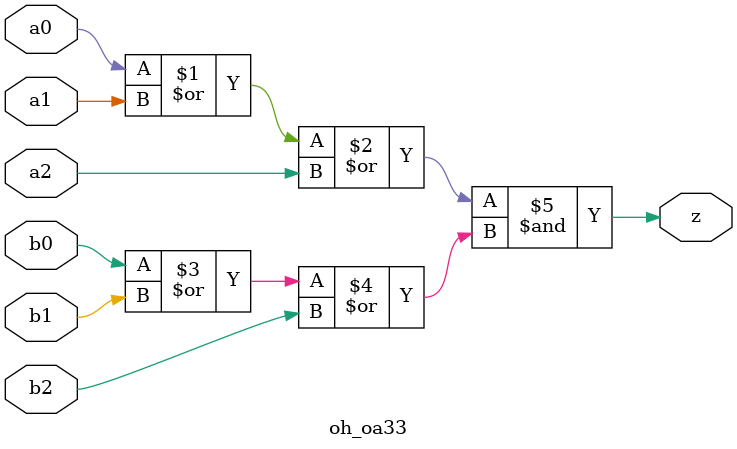
<source format=sv>

module oh_oa33 #(parameter DW = 1 ) // array width
(
	input [DW-1:0]  a0,
	input [DW-1:0]  a1,
	input [DW-1:0]  a2,
	input [DW-1:0]  b0,
	input [DW-1:0]  b1,
	input [DW-1:0]  b2, 
	output [DW-1:0] z
);

assign z = (a0 | a1 | a2) & (b0 | b1 | b2);

endmodule

</source>
